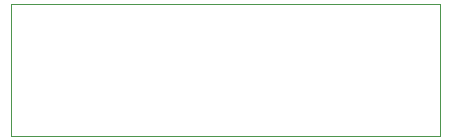
<source format=gbr>
G04 #@! TF.GenerationSoftware,KiCad,Pcbnew,(5.0.1)-3*
G04 #@! TF.CreationDate,2018-11-11T09:41:54+00:00*
G04 #@! TF.ProjectId,betsiepower2,626574736965706F776572322E6B6963,rev?*
G04 #@! TF.SameCoordinates,Original*
G04 #@! TF.FileFunction,Profile,NP*
%FSLAX46Y46*%
G04 Gerber Fmt 4.6, Leading zero omitted, Abs format (unit mm)*
G04 Created by KiCad (PCBNEW (5.0.1)-3) date 11/11/2018 09:41:54*
%MOMM*%
%LPD*%
G01*
G04 APERTURE LIST*
%ADD10C,0.100000*%
G04 APERTURE END LIST*
D10*
X132334000Y-100838000D02*
X132334000Y-89662000D01*
X168656000Y-100838000D02*
X132334000Y-100838000D01*
X168656000Y-89662000D02*
X168656000Y-100838000D01*
X132334000Y-89662000D02*
X168656000Y-89662000D01*
M02*

</source>
